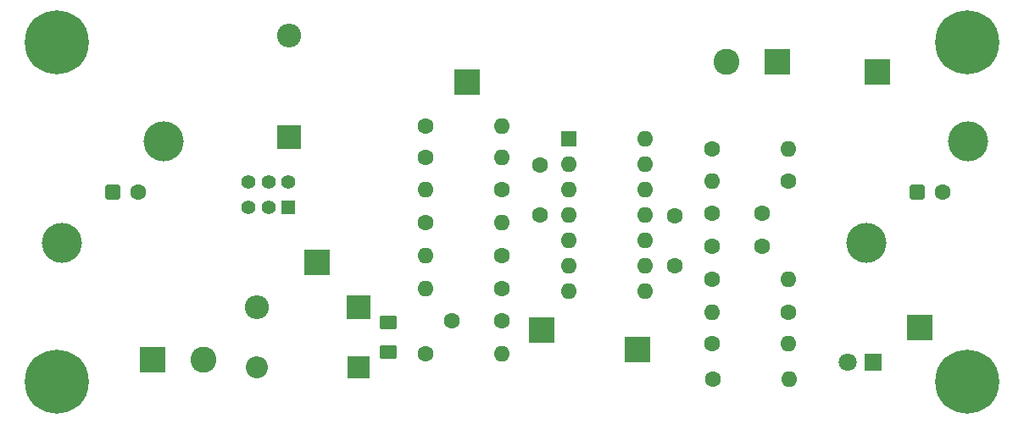
<source format=gbr>
%TF.GenerationSoftware,KiCad,Pcbnew,7.0.7*%
%TF.CreationDate,2023-09-22T00:24:37-06:00*%
%TF.ProjectId,Basic_Diff_Probe,42617369-635f-4446-9966-665f50726f62,1*%
%TF.SameCoordinates,Original*%
%TF.FileFunction,Soldermask,Top*%
%TF.FilePolarity,Negative*%
%FSLAX46Y46*%
G04 Gerber Fmt 4.6, Leading zero omitted, Abs format (unit mm)*
G04 Created by KiCad (PCBNEW 7.0.7) date 2023-09-22 00:24:37*
%MOMM*%
%LPD*%
G01*
G04 APERTURE LIST*
G04 Aperture macros list*
%AMRoundRect*
0 Rectangle with rounded corners*
0 $1 Rounding radius*
0 $2 $3 $4 $5 $6 $7 $8 $9 X,Y pos of 4 corners*
0 Add a 4 corners polygon primitive as box body*
4,1,4,$2,$3,$4,$5,$6,$7,$8,$9,$2,$3,0*
0 Add four circle primitives for the rounded corners*
1,1,$1+$1,$2,$3*
1,1,$1+$1,$4,$5*
1,1,$1+$1,$6,$7*
1,1,$1+$1,$8,$9*
0 Add four rect primitives between the rounded corners*
20,1,$1+$1,$2,$3,$4,$5,0*
20,1,$1+$1,$4,$5,$6,$7,0*
20,1,$1+$1,$6,$7,$8,$9,0*
20,1,$1+$1,$8,$9,$2,$3,0*%
G04 Aperture macros list end*
%ADD10R,2.500000X2.500000*%
%ADD11C,1.600000*%
%ADD12O,1.600000X1.600000*%
%ADD13R,2.200000X2.200000*%
%ADD14O,2.200000X2.200000*%
%ADD15R,1.800000X1.800000*%
%ADD16C,1.800000*%
%ADD17C,0.800000*%
%ADD18C,6.400000*%
%ADD19R,2.400000X2.400000*%
%ADD20O,2.400000X2.400000*%
%ADD21R,1.600000X1.600000*%
%ADD22RoundRect,0.250001X0.624999X-0.462499X0.624999X0.462499X-0.624999X0.462499X-0.624999X-0.462499X0*%
%ADD23R,2.600000X2.600000*%
%ADD24C,2.600000*%
%ADD25C,4.000000*%
%ADD26RoundRect,0.400000X0.400000X0.400000X-0.400000X0.400000X-0.400000X-0.400000X0.400000X-0.400000X0*%
%ADD27RoundRect,0.102000X0.604000X0.604000X-0.604000X0.604000X-0.604000X-0.604000X0.604000X-0.604000X0*%
%ADD28C,1.412000*%
G04 APERTURE END LIST*
D10*
%TO.C,TP4*%
X145500000Y-119800000D03*
%TD*%
%TO.C,TP2*%
X183200000Y-119600000D03*
%TD*%
D11*
%TO.C,R12*%
X133880000Y-122200000D03*
D12*
X141500000Y-122200000D03*
%TD*%
D11*
%TO.C,R10*%
X170110000Y-118000000D03*
D12*
X162490000Y-118000000D03*
%TD*%
D13*
%TO.C,D4*%
X127180000Y-123500000D03*
D14*
X117020000Y-123500000D03*
%TD*%
D15*
%TO.C,D1*%
X178540000Y-123000000D03*
D16*
X176000000Y-123000000D03*
%TD*%
D11*
%TO.C,R2*%
X162490000Y-121200000D03*
D12*
X170110000Y-121200000D03*
%TD*%
D11*
%TO.C,C5*%
X141500000Y-118900000D03*
X136500000Y-118900000D03*
%TD*%
%TO.C,R13*%
X170120000Y-104900000D03*
D12*
X162500000Y-104900000D03*
%TD*%
D11*
%TO.C,R6*%
X133880000Y-102575000D03*
D12*
X141500000Y-102575000D03*
%TD*%
D17*
%TO.C,H1*%
X94600000Y-91000000D03*
X95302944Y-89302944D03*
X95302944Y-92697056D03*
X97000000Y-88600000D03*
D18*
X97000000Y-91000000D03*
D17*
X97000000Y-93400000D03*
X98697056Y-89302944D03*
X98697056Y-92697056D03*
X99400000Y-91000000D03*
%TD*%
D11*
%TO.C,R11*%
X162490000Y-114700000D03*
D12*
X170110000Y-114700000D03*
%TD*%
D19*
%TO.C,D3*%
X120200000Y-100480000D03*
D20*
X120200000Y-90320000D03*
%TD*%
D10*
%TO.C,TP1*%
X138000000Y-95000000D03*
%TD*%
D21*
%TO.C,U2*%
X148180000Y-100700000D03*
D12*
X148180000Y-103240000D03*
X148180000Y-105780000D03*
X148180000Y-108320000D03*
X148180000Y-110860000D03*
X148180000Y-113400000D03*
X148180000Y-115940000D03*
X155800000Y-115940000D03*
X155800000Y-113400000D03*
X155800000Y-110860000D03*
X155800000Y-108320000D03*
X155800000Y-105780000D03*
X155800000Y-103240000D03*
X155800000Y-100700000D03*
%TD*%
D11*
%TO.C,C3*%
X162500000Y-111400000D03*
X167500000Y-111400000D03*
%TD*%
D17*
%TO.C,H3*%
X94600000Y-125000000D03*
X95302944Y-123302944D03*
X95302944Y-126697056D03*
X97000000Y-122600000D03*
D18*
X97000000Y-125000000D03*
D17*
X97000000Y-127400000D03*
X98697056Y-123302944D03*
X98697056Y-126697056D03*
X99400000Y-125000000D03*
%TD*%
D11*
%TO.C,R4*%
X141510000Y-115700000D03*
D12*
X133890000Y-115700000D03*
%TD*%
D11*
%TO.C,R8*%
X133890000Y-109100000D03*
D12*
X141510000Y-109100000D03*
%TD*%
D11*
%TO.C,C1*%
X162500000Y-108100000D03*
X167500000Y-108100000D03*
%TD*%
D17*
%TO.C,H2*%
X185600000Y-125000000D03*
X186302944Y-123302944D03*
X186302944Y-126697056D03*
X188000000Y-122600000D03*
D18*
X188000000Y-125000000D03*
D17*
X188000000Y-127400000D03*
X189697056Y-123302944D03*
X189697056Y-126697056D03*
X190400000Y-125000000D03*
%TD*%
D22*
%TO.C,F1*%
X130100000Y-121987500D03*
X130100000Y-119012500D03*
%TD*%
D23*
%TO.C,J4*%
X169000000Y-93000000D03*
D24*
X163920000Y-93000000D03*
%TD*%
D11*
%TO.C,R16*%
X162490000Y-101700000D03*
D12*
X170110000Y-101700000D03*
%TD*%
D25*
%TO.C,J3*%
X97560000Y-111080000D03*
X107720000Y-100920000D03*
D26*
X102640000Y-106000000D03*
D11*
X105180000Y-106000000D03*
%TD*%
D19*
%TO.C,D2*%
X127180000Y-117500000D03*
D20*
X117020000Y-117500000D03*
%TD*%
D23*
%TO.C,J1*%
X106635000Y-122805000D03*
D24*
X111715000Y-122805000D03*
%TD*%
D10*
%TO.C,TP6*%
X155000000Y-121800000D03*
%TD*%
D11*
%TO.C,R5*%
X141510000Y-105800000D03*
D12*
X133890000Y-105800000D03*
%TD*%
D10*
%TO.C,TP5*%
X123000000Y-113000000D03*
%TD*%
D11*
%TO.C,C2*%
X158800000Y-113400000D03*
X158800000Y-108400000D03*
%TD*%
D17*
%TO.C,H4*%
X185600000Y-91000000D03*
X186302944Y-89302944D03*
X186302944Y-92697056D03*
X188000000Y-88600000D03*
D18*
X188000000Y-91000000D03*
D17*
X188000000Y-93400000D03*
X189697056Y-89302944D03*
X189697056Y-92697056D03*
X190400000Y-91000000D03*
%TD*%
D11*
%TO.C,R9*%
X133890000Y-99400000D03*
D12*
X141510000Y-99400000D03*
%TD*%
D25*
%TO.C,J2*%
X177880000Y-111080000D03*
X188040000Y-100920000D03*
D26*
X182960000Y-106000000D03*
D11*
X185500000Y-106000000D03*
%TD*%
%TO.C,R7*%
X141510000Y-112400000D03*
D12*
X133890000Y-112400000D03*
%TD*%
D11*
%TO.C,R1*%
X162580000Y-124700000D03*
D12*
X170200000Y-124700000D03*
%TD*%
D11*
%TO.C,C4*%
X145280000Y-103325000D03*
X145280000Y-108325000D03*
%TD*%
D10*
%TO.C,TP3*%
X179000000Y-94000000D03*
%TD*%
D27*
%TO.C,SW1*%
X120180000Y-107500000D03*
D28*
X118180000Y-107500000D03*
X116180000Y-107500000D03*
X120180000Y-105000000D03*
X118180000Y-105000000D03*
X116180000Y-105000000D03*
%TD*%
M02*

</source>
